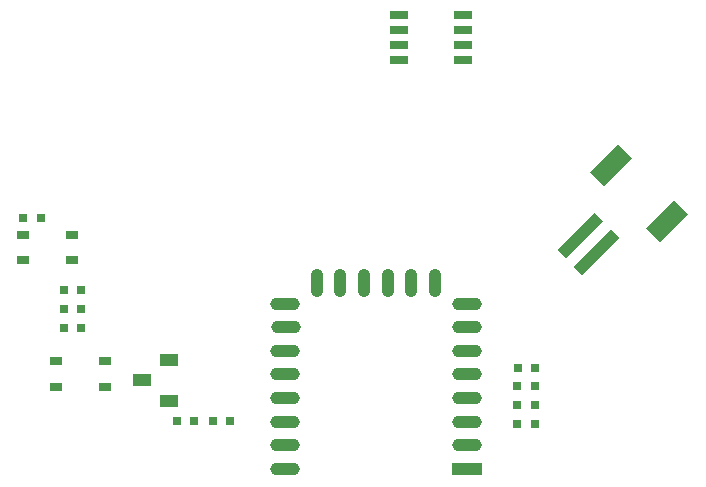
<source format=gbr>
%TF.GenerationSoftware,KiCad,Pcbnew,(5.1.10)-1*%
%TF.CreationDate,2022-09-07T09:41:17-03:00*%
%TF.ProjectId,OpenBCI_Wifi_Shield,4f70656e-4243-4495-9f57-6966695f5368,v1.0.0*%
%TF.SameCoordinates,Original*%
%TF.FileFunction,Paste,Top*%
%TF.FilePolarity,Positive*%
%FSLAX46Y46*%
G04 Gerber Fmt 4.6, Leading zero omitted, Abs format (unit mm)*
G04 Created by KiCad (PCBNEW (5.1.10)-1) date 2022-09-07 09:41:17*
%MOMM*%
%LPD*%
G01*
G04 APERTURE LIST*
%ADD10R,0.800000X0.750000*%
%ADD11R,1.600000X1.000000*%
%ADD12R,2.500000X1.100000*%
%ADD13O,2.500000X1.100000*%
%ADD14O,1.100000X2.400000*%
%ADD15R,1.050000X0.650000*%
%ADD16C,0.100000*%
%ADD17R,0.797560X0.797560*%
%ADD18R,1.528000X0.650000*%
G04 APERTURE END LIST*
D10*
%TO.C,R8*%
X122897200Y-106680000D03*
X124397200Y-106680000D03*
%TD*%
D11*
%TO.C,SW4*%
X93449000Y-104432000D03*
X91149000Y-106182000D03*
X93449000Y-107932000D03*
%TD*%
D12*
%TO.C,U1*%
X118624000Y-113682000D03*
D13*
X118624000Y-111682000D03*
X118624000Y-109682000D03*
X118624000Y-107682000D03*
X118624000Y-105682000D03*
X118624000Y-103682000D03*
X118624000Y-101682000D03*
X118624000Y-99682000D03*
X103224000Y-99682000D03*
X103324000Y-101682000D03*
X103224000Y-103682000D03*
X103224000Y-105682000D03*
X103224000Y-107682000D03*
X103224000Y-109682000D03*
X103224000Y-111682000D03*
X103224000Y-113682000D03*
D14*
X115934000Y-97932000D03*
X113934000Y-97932000D03*
X111934000Y-97932000D03*
X109934000Y-97932000D03*
X107934000Y-97932000D03*
X105934000Y-97932000D03*
%TD*%
D15*
%TO.C,SW2*%
X83839200Y-104557600D03*
X87989200Y-104557600D03*
X83839200Y-106707600D03*
X87989200Y-106707600D03*
%TD*%
D10*
%TO.C,R1*%
X82588800Y-92456000D03*
X81088800Y-92456000D03*
%TD*%
%TO.C,R3*%
X94068200Y-109664500D03*
X95568200Y-109664500D03*
%TD*%
%TO.C,R4*%
X85992400Y-101752400D03*
X84492400Y-101752400D03*
%TD*%
D15*
%TO.C,SW1*%
X85210500Y-96013500D03*
X81060500Y-96013500D03*
X85210500Y-93863500D03*
X81060500Y-93863500D03*
%TD*%
D10*
%TO.C,R5*%
X124397200Y-108254800D03*
X122897200Y-108254800D03*
%TD*%
%TO.C,R6*%
X124374000Y-109882000D03*
X122874000Y-109882000D03*
%TD*%
%TO.C,R7*%
X84492400Y-98501200D03*
X85992400Y-98501200D03*
%TD*%
D16*
%TO.C,P2*%
G36*
X130176633Y-92686645D02*
G01*
X126994652Y-95868626D01*
X126287545Y-95161519D01*
X129469526Y-91979538D01*
X130176633Y-92686645D01*
G37*
G36*
X131590847Y-94100858D02*
G01*
X128408866Y-97282839D01*
X127701759Y-96575732D01*
X130883740Y-93393751D01*
X131590847Y-94100858D01*
G37*
G36*
X132651507Y-87383344D02*
G01*
X130247344Y-89787507D01*
X129045263Y-88585426D01*
X131449426Y-86181263D01*
X132651507Y-87383344D01*
G37*
G36*
X137389122Y-92120959D02*
G01*
X134984959Y-94525122D01*
X133782878Y-93323041D01*
X136187041Y-90918878D01*
X137389122Y-92120959D01*
G37*
%TD*%
D17*
%TO.C,D2*%
X98602800Y-109664500D03*
X97104200Y-109664500D03*
%TD*%
%TO.C,D3*%
X84493100Y-100126800D03*
X85991700Y-100126800D03*
%TD*%
%TO.C,D4*%
X124447300Y-105130600D03*
X122948700Y-105130600D03*
%TD*%
D18*
%TO.C,IC1*%
X112900000Y-75242000D03*
X112900000Y-76512000D03*
X112900000Y-77782000D03*
X112900000Y-79052000D03*
X118322000Y-79052000D03*
X118322000Y-77782000D03*
X118322000Y-76512000D03*
X118322000Y-75242000D03*
%TD*%
M02*

</source>
